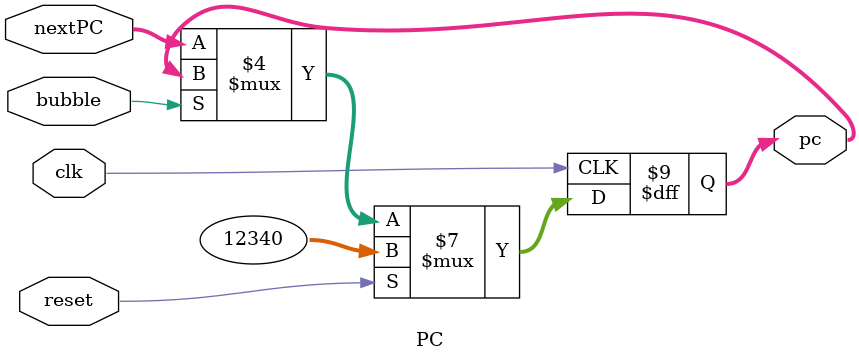
<source format=v>
module PC(input clk,
            input reset,
            input bubble,
            input [31:0] nextPC,
            output reg[31:0] pc);

    always@(posedge clk) begin
        if(reset)           //复位信号
            pc<=32'h0000_3034;
        else if(bubble!=0) //插入气泡，即进行空操作
            pc<=pc;
        else
            pc<=nextPC;
    end

endmodule
</source>
